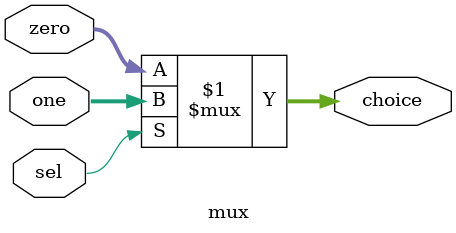
<source format=v>
`timescale 1ns / 1ps


module mux(
    input [31:0] one,
    input [31:0] zero,
    input sel,
    output [31:0] choice
    );
    
    
    assign choice = (sel) ? one:zero; 
    
    
endmodule

</source>
